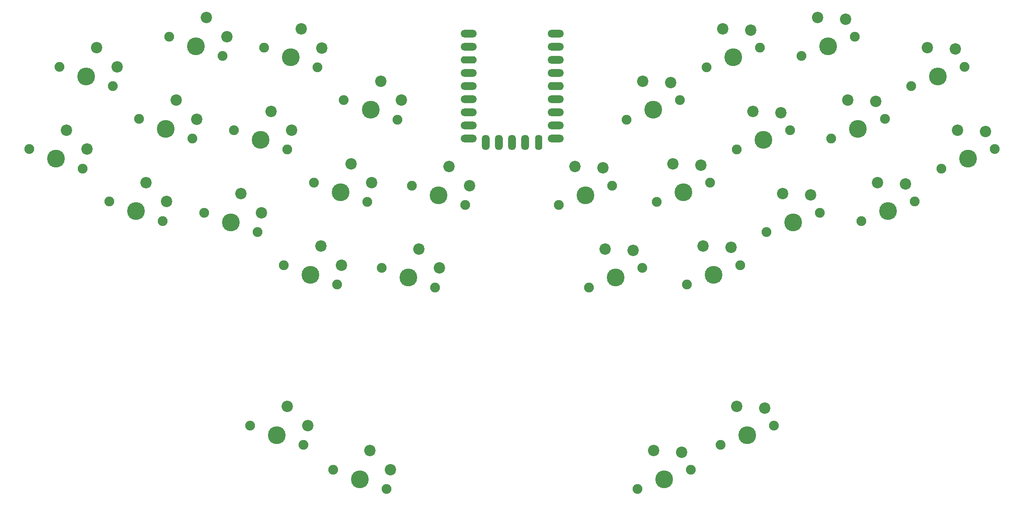
<source format=gbr>
%TF.GenerationSoftware,KiCad,Pcbnew,7.0.1*%
%TF.CreationDate,2024-06-17T16:10:21-04:00*%
%TF.ProjectId,goober-wi,676f6f62-6572-42d7-9769-2e6b69636164,rev?*%
%TF.SameCoordinates,Original*%
%TF.FileFunction,Soldermask,Top*%
%TF.FilePolarity,Negative*%
%FSLAX46Y46*%
G04 Gerber Fmt 4.6, Leading zero omitted, Abs format (unit mm)*
G04 Created by KiCad (PCBNEW 7.0.1) date 2024-06-17 16:10:21*
%MOMM*%
%LPD*%
G01*
G04 APERTURE LIST*
%ADD10C,1.900000*%
%ADD11C,3.450000*%
%ADD12C,2.200000*%
%ADD13O,3.130000X1.500000*%
%ADD14O,3.130000X1.430000*%
%ADD15O,1.500000X2.990000*%
%ADD16O,1.430000X2.990000*%
%ADD17O,3.130000X1.550000*%
G04 APERTURE END LIST*
D10*
%TO.C,SW30*%
X184091746Y-133792201D03*
D11*
X189260055Y-131911090D03*
D10*
X194428364Y-130029979D03*
D12*
X187242136Y-126366904D03*
X192658842Y-126630157D03*
%TD*%
D10*
%TO.C,SW3*%
X95718277Y-56837951D03*
D11*
X100886586Y-58719062D03*
D10*
X106054895Y-60600173D03*
D12*
X102904505Y-53174876D03*
X106884726Y-56858331D03*
%TD*%
D10*
%TO.C,SW10*%
X221039303Y-64262222D03*
D11*
X226207612Y-62381111D03*
D10*
X231375921Y-60500000D03*
D12*
X224189693Y-56836925D03*
X229606399Y-57100178D03*
%TD*%
D10*
%TO.C,SW5*%
X124314303Y-83527973D03*
D11*
X129482612Y-85409084D03*
D10*
X134650921Y-87290195D03*
D12*
X131500531Y-79864898D03*
X135480752Y-83548353D03*
%TD*%
D10*
%TO.C,SW28*%
X109064873Y-138582558D03*
D11*
X114233182Y-140463669D03*
D10*
X119401491Y-142344780D03*
D12*
X116251101Y-134919483D03*
X120231322Y-138602938D03*
%TD*%
D10*
%TO.C,SW22*%
X84089592Y-88787500D03*
D11*
X89257901Y-90668611D03*
D10*
X94426210Y-92549722D03*
D12*
X91275820Y-85124425D03*
X95256041Y-88807880D03*
%TD*%
D10*
%TO.C,SW14*%
X105364816Y-82962781D03*
D11*
X110533125Y-84843892D03*
D10*
X115701434Y-86725003D03*
D12*
X112551044Y-79299706D03*
X116531265Y-82983161D03*
%TD*%
D10*
%TO.C,SW1*%
X56075000Y-60500000D03*
D11*
X61243309Y-62381111D03*
D10*
X66411618Y-64262222D03*
D12*
X63261228Y-56836925D03*
X67241449Y-60520380D03*
%TD*%
D10*
%TO.C,SW19*%
X205578421Y-74412278D03*
D11*
X210746730Y-72531167D03*
D10*
X215915039Y-70650056D03*
D12*
X208728811Y-66986981D03*
X214145517Y-67250234D03*
%TD*%
D10*
%TO.C,SW6*%
X152800000Y-87290195D03*
D11*
X157968309Y-85409084D03*
D10*
X163136618Y-83527973D03*
D12*
X155950390Y-79864898D03*
X161367096Y-80128151D03*
%TD*%
D10*
%TO.C,SW4*%
X111179159Y-66988007D03*
D11*
X116347468Y-68869118D03*
D10*
X121515777Y-70750229D03*
D12*
X118365387Y-63324932D03*
X122345608Y-67008387D03*
%TD*%
D10*
%TO.C,SW15*%
X118499961Y-99502747D03*
D11*
X123668270Y-101383858D03*
D10*
X128836579Y-103264969D03*
D12*
X125686189Y-95839672D03*
X129666410Y-99523127D03*
%TD*%
D10*
%TO.C,SW11*%
X50260658Y-76474775D03*
D11*
X55428967Y-78355886D03*
D10*
X60597276Y-80236997D03*
D12*
X57446886Y-72811700D03*
X61427107Y-76495155D03*
%TD*%
D10*
%TO.C,SW26*%
X211392764Y-90387053D03*
D11*
X216561073Y-88505942D03*
D10*
X221729382Y-86624831D03*
D12*
X214543154Y-82961756D03*
X219959860Y-83225009D03*
%TD*%
D10*
%TO.C,SW9*%
X199764079Y-58437504D03*
D11*
X204932388Y-56556393D03*
D10*
X210100697Y-54675282D03*
D12*
X202914469Y-51012207D03*
X208331175Y-51275460D03*
%TD*%
D10*
%TO.C,SW25*%
X193024711Y-92549722D03*
D11*
X198193020Y-90668611D03*
D10*
X203361329Y-88787500D03*
D12*
X196175101Y-85124425D03*
X201591807Y-85387678D03*
%TD*%
D10*
%TO.C,SW8*%
X181396026Y-60600173D03*
D11*
X186564335Y-58719062D03*
D10*
X191732644Y-56837951D03*
D12*
X184546416Y-53174876D03*
X189963122Y-53438129D03*
%TD*%
D10*
%TO.C,SW24*%
X177563829Y-102699778D03*
D11*
X182732138Y-100818667D03*
D10*
X187900447Y-98937556D03*
D12*
X180714219Y-95274481D03*
X186130925Y-95537734D03*
%TD*%
D10*
%TO.C,SW17*%
X171749487Y-86725003D03*
D11*
X176917796Y-84843892D03*
D10*
X182086105Y-82962781D03*
D12*
X174899877Y-79299706D03*
X180316583Y-79562959D03*
%TD*%
D10*
%TO.C,SW27*%
X93022557Y-130029979D03*
D11*
X98190866Y-131911090D03*
D10*
X103359175Y-133792201D03*
D12*
X100208785Y-126366904D03*
X104189006Y-130050359D03*
%TD*%
D10*
%TO.C,SW29*%
X168049430Y-142344780D03*
D11*
X173217739Y-140463669D03*
D10*
X178386048Y-138582558D03*
D12*
X171199820Y-134919483D03*
X176616526Y-135182736D03*
%TD*%
D10*
%TO.C,SW23*%
X99550474Y-98937556D03*
D11*
X104718783Y-100818667D03*
D10*
X109887092Y-102699778D03*
D12*
X106736702Y-95274481D03*
X110716923Y-98957936D03*
%TD*%
D10*
%TO.C,SW13*%
X89903935Y-72812725D03*
D11*
X95072244Y-74693836D03*
D10*
X100240553Y-76574947D03*
D12*
X97090163Y-69149650D03*
X101070384Y-72833105D03*
%TD*%
D10*
%TO.C,SW18*%
X187210368Y-76574947D03*
D11*
X192378677Y-74693836D03*
D10*
X197546986Y-72812725D03*
D12*
X190360758Y-69149650D03*
X195777464Y-69412903D03*
%TD*%
D10*
%TO.C,SW21*%
X65721539Y-86624831D03*
D11*
X70889848Y-88505942D03*
D10*
X76058157Y-90387053D03*
D12*
X72907767Y-82961756D03*
X76887988Y-86645211D03*
%TD*%
D10*
%TO.C,SW7*%
X165935144Y-70750229D03*
D11*
X171103453Y-68869118D03*
D10*
X176271762Y-66988007D03*
D12*
X169085534Y-63324932D03*
X174502240Y-63588185D03*
%TD*%
D10*
%TO.C,SW20*%
X226853645Y-80236997D03*
D11*
X232021954Y-78355886D03*
D10*
X237190263Y-76474775D03*
D12*
X230004035Y-72811700D03*
X235420741Y-73074953D03*
%TD*%
D10*
%TO.C,SW2*%
X77350224Y-54675282D03*
D11*
X82518533Y-56556393D03*
D10*
X87686842Y-58437504D03*
D12*
X84536452Y-51012207D03*
X88516673Y-54695662D03*
%TD*%
D10*
%TO.C,SW16*%
X158614342Y-103264969D03*
D11*
X163782651Y-101383858D03*
D10*
X168950960Y-99502747D03*
D12*
X161764732Y-95839672D03*
X167181438Y-96102925D03*
%TD*%
D10*
%TO.C,SW12*%
X71535882Y-70650056D03*
D11*
X76704191Y-72531167D03*
D10*
X81872500Y-74412278D03*
D12*
X78722110Y-66986981D03*
X82702331Y-70670436D03*
%TD*%
D13*
%TO.C,U1*%
X135329000Y-54102000D03*
X135329000Y-56642000D03*
D14*
X135329000Y-59147000D03*
D13*
X135329000Y-61722000D03*
X135329000Y-64262000D03*
X135329000Y-66802000D03*
X135329000Y-69342000D03*
X135329000Y-71882000D03*
X135329000Y-74422000D03*
D15*
X138684000Y-75167000D03*
X141224000Y-75167000D03*
X143764000Y-75167000D03*
X146304000Y-75167000D03*
D16*
X148879000Y-75167000D03*
D13*
X152199000Y-74422000D03*
X152199000Y-71882000D03*
X152199000Y-69342000D03*
X152199000Y-66802000D03*
D17*
X152199000Y-64237000D03*
D13*
X152199000Y-61722000D03*
X152199000Y-59182000D03*
X152199000Y-56642000D03*
X152199000Y-54102000D03*
%TD*%
M02*

</source>
